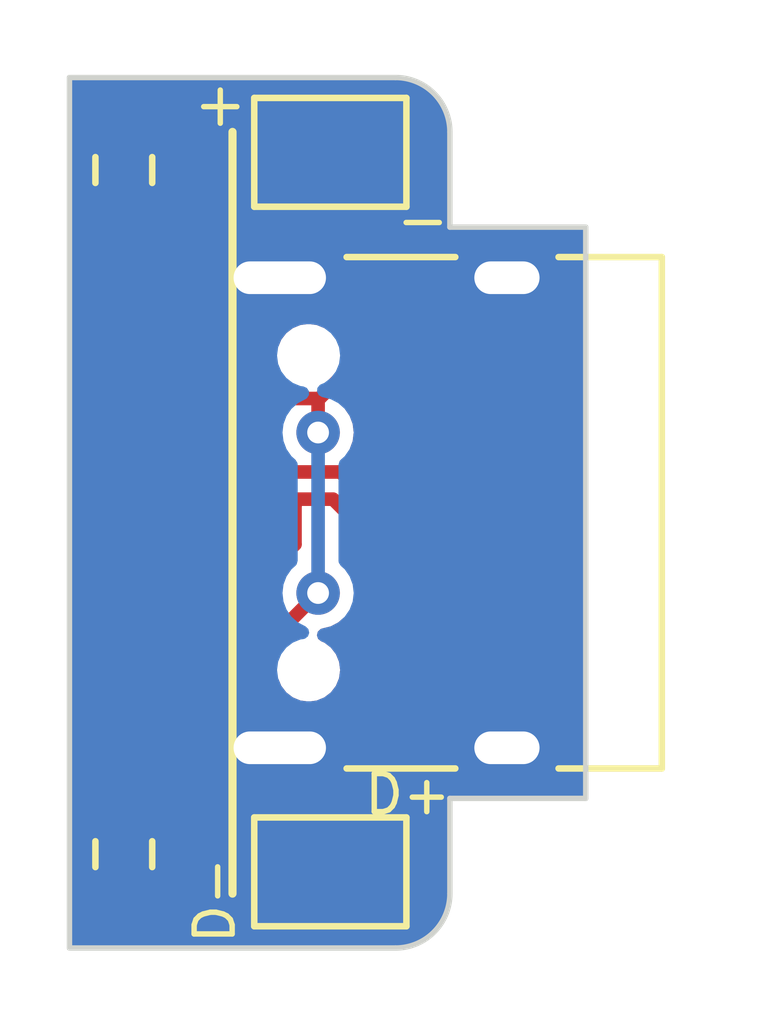
<source format=kicad_pcb>
(kicad_pcb (version 20221018) (generator pcbnew)
  (layers (0 "F.Cu" signal) (31 "B.Cu" signal) (34 "B.Paste" user) (35 "F.Paste" user) (36 "B.SilkS" user "B.Silkscreen") (37 "F.SilkS" user "F.Silkscreen") (38 "B.Mask" user) (39 "F.Mask" user) (44 "Edge.Cuts" user))
  (net 0 "")
  (net 1 "GND")
  (net 2 "Net-(J1-Pad2)")
  (net 3 "Net-(J2-Pad1)")
  (net 4 "Net-(J2-Pad2)")
  (net 5 "Net-(J3-CC1)")
  (net 7 "Net-(J3-CC2)")
  (footprint "Resistor_SMD:R_0603_1608Metric" (layer "F.Cu") (at 61 58.275 -90)
    (fp_text reference "R2" hide)
    (fp_text value "R_Small")
    (fp_line (start -0.237258 -0.5225) (end 0.237258 -0.5225) (stroke (width 0.12)) (layer "F.SilkS"))
    (fp_line (start -0.237258 0.5225) (end 0.237258 0.5225) (stroke (width 0.12)) (layer "F.SilkS"))
    (pad "1" smd roundrect (at -0.825 0 270) (size 0.8 0.95) (layers "F.Cu" "F.Paste" "F.Mask") (net 5 "Net-(J3-CC1)"))
    (pad "2" smd roundrect (at 0.825 0 270) (size 0.8 0.95) (layers "F.Cu" "F.Paste" "F.Mask") (net 1 "GND"))
  )
  (footprint "Jumper:SolderJumper-2_P1.3mm_Open_Pad1.0x1.5mm" (layer "F.Cu") (at 64.8 58.6 180)
    (fp_text reference "D+" (at -1.425 1.425 180) (layer "F.SilkS") (effects (font (size 0.7 0.7) (thickness 0.1))))
    (fp_text value "Jack-DC")
    (fp_line (start -1.4 -1) (end 1.4 -1) (stroke (width 0.12)) (layer "F.SilkS"))
    (fp_line (start -1.4 1) (end -1.4 -1) (stroke (width 0.12)) (layer "F.SilkS"))
    (fp_line (start 1.4 -1) (end 1.4 1) (stroke (width 0.12)) (layer "F.SilkS"))
    (fp_line (start 1.4 1) (end -1.4 1) (stroke (width 0.12)) (layer "F.SilkS"))
    (pad "1" smd rect (at -0.65 0 180) (size 1 1.5) (layers "F.Cu" "F.Mask") (net 3 "Net-(J2-Pad1)"))
    (pad "2" smd rect (at 0.65 0 180) (size 1 1.5) (layers "F.Cu" "F.Mask") (net 4 "Net-(J2-Pad2)"))
  )
  (footprint "Connector_USB:USB_C_Receptacle_HRO_TYPE-C-31-M-12" (layer "F.Cu") (at 67 52 90)
    (fp_text reference "J3" hide)
    (fp_text value "USB_C_Receptacle")
    (fp_line (start -4.7 -1.9) (end -4.7 0.1) (stroke (width 0.12)) (layer "F.SilkS"))
    (fp_line (start -4.7 2) (end -4.7 3.9) (stroke (width 0.12)) (layer "F.SilkS"))
    (fp_line (start -4.7 3.9) (end 4.7 3.9) (stroke (width 0.12)) (layer "F.SilkS"))
    (fp_line (start 4.7 -1.9) (end 4.7 0.1) (stroke (width 0.12)) (layer "F.SilkS"))
    (fp_line (start 4.7 2) (end 4.7 3.9) (stroke (width 0.12)) (layer "F.SilkS"))
    (pad "" np_thru_hole circle (at -2.89 -2.6 90) (size 0.65 0.65) (drill 0.65) (layers "*.Cu" "*.Mask"))
    (pad "" np_thru_hole circle (at 2.89 -2.6 90) (size 0.65 0.65) (drill 0.65) (layers "*.Cu" "*.Mask"))
    (pad "A1" smd rect (at -3.25 -4.045 90) (size 0.6 1.45) (layers "F.Cu" "F.Paste" "F.Mask") (net 1 "GND"))
    (pad "A4" smd rect (at -2.45 -4.045 90) (size 0.6 1.45) (layers "F.Cu" "F.Paste" "F.Mask") (net 2 "Net-(J1-Pad2)"))
    (pad "A5" smd rect (at -1.25 -4.045 90) (size 0.3 1.45) (layers "F.Cu" "F.Paste" "F.Mask") (net 5 "Net-(J3-CC1)"))
    (pad "A6" smd rect (at -0.25 -4.045 90) (size 0.3 1.45) (layers "F.Cu" "F.Paste" "F.Mask") (net 3 "Net-(J2-Pad1)"))
    (pad "A7" smd rect (at 0.25 -4.045 90) (size 0.3 1.45) (layers "F.Cu" "F.Paste" "F.Mask") (net 4 "Net-(J2-Pad2)"))
    (pad "A8" smd rect (at 1.25 -4.045 90) (size 0.3 1.45) (layers "F.Cu" "F.Paste" "F.Mask"))
    (pad "A9" smd rect (at 2.45 -4.045 90) (size 0.6 1.45) (layers "F.Cu" "F.Paste" "F.Mask") (net 2 "Net-(J1-Pad2)"))
    (pad "A12" smd rect (at 3.25 -4.045 90) (size 0.6 1.45) (layers "F.Cu" "F.Paste" "F.Mask") (net 1 "GND"))
    (pad "B1" smd rect (at 3.25 -4.045 90) (size 0.6 1.45) (layers "F.Cu" "F.Paste" "F.Mask") (net 1 "GND"))
    (pad "B4" smd rect (at 2.45 -4.045 90) (size 0.6 1.45) (layers "F.Cu" "F.Paste" "F.Mask") (net 2 "Net-(J1-Pad2)"))
    (pad "B5" smd rect (at 1.75 -4.045 90) (size 0.3 1.45) (layers "F.Cu" "F.Paste" "F.Mask") (net 7 "Net-(J3-CC2)"))
    (pad "B6" smd rect (at 0.75 -4.045 90) (size 0.3 1.45) (layers "F.Cu" "F.Paste" "F.Mask") (net 3 "Net-(J2-Pad1)"))
    (pad "B7" smd rect (at -0.75 -4.045 90) (size 0.3 1.45) (layers "F.Cu" "F.Paste" "F.Mask") (net 4 "Net-(J2-Pad2)"))
    (pad "B8" smd rect (at -1.75 -4.045 90) (size 0.3 1.45) (layers "F.Cu" "F.Paste" "F.Mask"))
    (pad "B9" smd rect (at -2.45 -4.045 90) (size 0.6 1.45) (layers "F.Cu" "F.Paste" "F.Mask") (net 2 "Net-(J1-Pad2)"))
    (pad "B12" smd rect (at -3.25 -4.045 90) (size 0.6 1.45) (layers "F.Cu" "F.Paste" "F.Mask") (net 1 "GND"))
    (pad "S1" thru_hole oval (at -4.32 -3.13 90) (size 1 2.1) (drill oval 0.6 1.7) (layers "*.Cu" "*.Mask") (net 1 "GND"))
    (pad "S1" thru_hole oval (at -4.32 1.05 90) (size 1 1.6) (drill oval 0.6 1.2) (layers "*.Cu" "*.Mask") (net 1 "GND"))
    (pad "S1" thru_hole oval (at 4.32 -3.13 90) (size 1 2.1) (drill oval 0.6 1.7) (layers "*.Cu" "*.Mask") (net 1 "GND"))
    (pad "S1" thru_hole oval (at 4.32 1.05 90) (size 1 1.6) (drill oval 0.6 1.2) (layers "*.Cu" "*.Mask") (net 1 "GND"))
  )
  (footprint "Resistor_SMD:R_0603_1608Metric" (layer "F.Cu") (at 61 45.7 90)
    (fp_text reference "R1" hide)
    (fp_text value "R_Small")
    (fp_line (start -0.237258 -0.5225) (end 0.237258 -0.5225) (stroke (width 0.12)) (layer "F.SilkS"))
    (fp_line (start -0.237258 0.5225) (end 0.237258 0.5225) (stroke (width 0.12)) (layer "F.SilkS"))
    (pad "1" smd roundrect (at -0.825 0 90) (size 0.8 0.95) (layers "F.Cu" "F.Paste" "F.Mask") (net 7 "Net-(J3-CC2)"))
    (pad "2" smd roundrect (at 0.825 0 90) (size 0.8 0.95) (layers "F.Cu" "F.Paste" "F.Mask") (net 1 "GND"))
  )
  (footprint "Jumper:SolderJumper-2_P1.3mm_Open_Pad1.0x1.5mm" (layer "F.Cu") (at 64.8 45.375 180)
    (fp_text reference "+" (at 2.025 0.9) (layer "F.SilkS") (effects (font (size 0.8 0.8) (thickness 0.1))))
    (fp_text value "Jack-DC")
    (fp_line (start -1.4 -1) (end 1.4 -1) (stroke (width 0.12)) (layer "F.SilkS"))
    (fp_line (start -1.4 1) (end -1.4 -1) (stroke (width 0.12)) (layer "F.SilkS"))
    (fp_line (start 1.4 -1) (end 1.4 1) (stroke (width 0.12)) (layer "F.SilkS"))
    (fp_line (start 1.4 1) (end -1.4 1) (stroke (width 0.12)) (layer "F.SilkS"))
    (pad "1" smd rect (at -0.65 0 180) (size 1 1.5) (layers "F.Cu" "F.Mask") (net 1 "GND"))
    (pad "2" smd rect (at 0.65 0 180) (size 1 1.5) (layers "F.Cu" "F.Mask") (net 2 "Net-(J1-Pad2)"))
  )
  (gr_line (start 63 59) (end 63 45) (stroke (width 0.15)) (layer "F.SilkS"))
  (gr_line (start 67 59) (end 67 57.25) (stroke (width 0.1)) (layer "Edge.Cuts"))
  (gr_line (start 67 46.75) (end 67 45) (stroke (width 0.1)) (layer "Edge.Cuts"))
  (gr_line (start 60 44) (end 66 44) (stroke (width 0.1)) (layer "Edge.Cuts"))
  (gr_line (start 60 60) (end 66 60) (stroke (width 0.1)) (layer "Edge.Cuts"))
  (gr_arc (start 66 44) (mid 66.707107 44.292893) (end 67 45) (stroke (width 0.1)) (layer "Edge.Cuts"))
  (gr_arc (start 67 59) (mid 66.707107 59.707107) (end 66 60) (stroke (width 0.1)) (layer "Edge.Cuts"))
  (gr_line (start 67 57.25) (end 69.5 57.25) (stroke (width 0.1)) (layer "Edge.Cuts"))
  (gr_line (start 67 46.75) (end 69.5 46.75) (stroke (width 0.1)) (layer "Edge.Cuts"))
  (gr_line (start 69.5 46.75) (end 69.5 57.25) (stroke (width 0.1)) (layer "Edge.Cuts"))
  (gr_line (start 60 60) (end 60 44) (stroke (width 0.1)) (layer "Edge.Cuts"))
  (gr_text "-" (at 66.5 46.725 180) (layer "F.SilkS") (effects (font (size 0.8 0.8) (thickness 0.1))))
  (gr_text "D-" (at 62.675 59.125 90) (layer "F.SilkS") (effects (font (size 0.7 0.7) (thickness 0.1))))
  (segment (start 64.15 45.975) (end 65.25 47.075) (width 0.25) (layer "F.Cu") (net 2))
  (segment (start 64.575 53.475) (end 63.6 54.45) (width 0.25) (layer "F.Cu") (net 2))
  (segment (start 64.15 45.375) (end 64.15 45.975) (width 0.25) (layer "F.Cu") (net 2))
  (segment (start 64.575 49.924949) (end 64.575 50.525) (width 0.25) (layer "F.Cu") (net 2))
  (segment (start 64.599949 49.9) (end 64.575 49.924949) (width 0.25) (layer "F.Cu") (net 2))
  (segment (start 64.025 49.9) (end 63.675 49.55) (width 0.25) (layer "F.Cu") (net 2))
  (segment (start 65.25 47.075) (end 65.25 49.249949) (width 0.25) (layer "F.Cu") (net 2))
  (segment (start 65.25 49.249949) (end 64.599949 49.9) (width 0.25) (layer "F.Cu") (net 2))
  (segment (start 63.675 49.55) (end 62.955 49.55) (width 0.25) (layer "F.Cu") (net 2))
  (segment (start 63.6 54.45) (end 62.955 54.45) (width 0.25) (layer "F.Cu") (net 2))
  (segment (start 64.599949 49.9) (end 64.025 49.9) (width 0.25) (layer "F.Cu") (net 2))
  (via (at 64.575 53.475) (size 0.8) (drill 0.4) (layers "F.Cu" "B.Cu") (net 2))
  (via (at 64.575 50.525) (size 0.8) (drill 0.4) (layers "F.Cu" "B.Cu") (net 2))
  (segment (start 64.575 50.525) (end 64.575 53.475) (width 0.25) (layer "B.Cu") (net 2))
  (segment (start 61.75 51.43) (end 61.93 51.25) (width 0.25) (layer "F.Cu") (net 3))
  (segment (start 62.955 52.25) (end 61.93 52.25) (width 0.25) (layer "F.Cu") (net 3))
  (segment (start 62.955 51.25) (end 64.986396 51.25) (width 0.25) (layer "F.Cu") (net 3))
  (segment (start 66.05 52.313604) (end 66.05 58) (width 0.25) (layer "F.Cu") (net 3))
  (segment (start 64.986396 51.25) (end 66.05 52.313604) (width 0.25) (layer "F.Cu") (net 3))
  (segment (start 61.93 51.25) (end 62.955 51.25) (width 0.25) (layer "F.Cu") (net 3))
  (segment (start 61.75 52.07) (end 61.75 51.43) (width 0.25) (layer "F.Cu") (net 3))
  (segment (start 61.93 52.25) (end 61.75 52.07) (width 0.25) (layer "F.Cu") (net 3))
  (segment (start 66.05 58) (end 65.45 58.6) (width 0.25) (layer "F.Cu") (net 3))
  (segment (start 65.6 53.5) (end 65.6 52.5) (width 0.25) (layer "F.Cu") (net 4))
  (segment (start 63.98 52.75) (end 64.15 52.58) (width 0.25) (layer "F.Cu") (net 4))
  (segment (start 64.15 52.58) (end 64.15 51.87) (width 0.25) (layer "F.Cu") (net 4))
  (segment (start 64.85 51.75) (end 62.955 51.75) (width 0.25) (layer "F.Cu") (net 4))
  (segment (start 64.15 58.6) (end 64.15 58.075) (width 0.25) (layer "F.Cu") (net 4))
  (segment (start 64.03 51.75) (end 62.955 51.75) (width 0.25) (layer "F.Cu") (net 4))
  (segment (start 65.6 56.625) (end 65.6 53.5) (width 0.25) (layer "F.Cu") (net 4))
  (segment (start 64.15 51.87) (end 64.03 51.75) (width 0.25) (layer "F.Cu") (net 4))
  (segment (start 62.955 52.75) (end 63.98 52.75) (width 0.25) (layer "F.Cu") (net 4))
  (segment (start 64.15 58.075) (end 65.6 56.625) (width 0.25) (layer "F.Cu") (net 4))
  (segment (start 65.6 52.5) (end 64.85 51.75) (width 0.25) (layer "F.Cu") (net 4))
  (segment (start 61 57.45) (end 61 54.18) (width 0.25) (layer "F.Cu") (net 5))
  (segment (start 61 54.18) (end 61.93 53.25) (width 0.25) (layer "F.Cu") (net 5))
  (segment (start 61.93 53.25) (end 62.955 53.25) (width 0.25) (layer "F.Cu") (net 5))
  (segment (start 61.98 50.25) (end 62.955 50.25) (width 0.25) (layer "F.Cu") (net 7))
  (segment (start 61 46.525) (end 61 49.27) (width 0.25) (layer "F.Cu") (net 7))
  (segment (start 61 49.27) (end 61.98 50.25) (width 0.25) (layer "F.Cu") (net 7))
  (zone (net 1) (net_name "GND") (layer "F.Cu") (connect_pads yes (clearance 0.25)) (min_thickness 0.25) (fill yes (thermal_gap 0.25) (thermal_bridge_width 0.25))
    (polygon (pts (xy 60.05 44.025) (xy 71.2 44) (xy 71 60.225) (xy 59.775 60.625)))
  )
  (zone (net 1) (net_name "GND") (layer "B.Cu") (connect_pads yes (clearance 0.25)) (min_thickness 0.25) (fill yes (thermal_gap 0.25) (thermal_bridge_width 0.25))
    (polygon (pts (xy 59.525 43.8) (xy 71.6 43.775) (xy 71.45 60.45) (xy 59.4 60.8)))
  )
)
</source>
